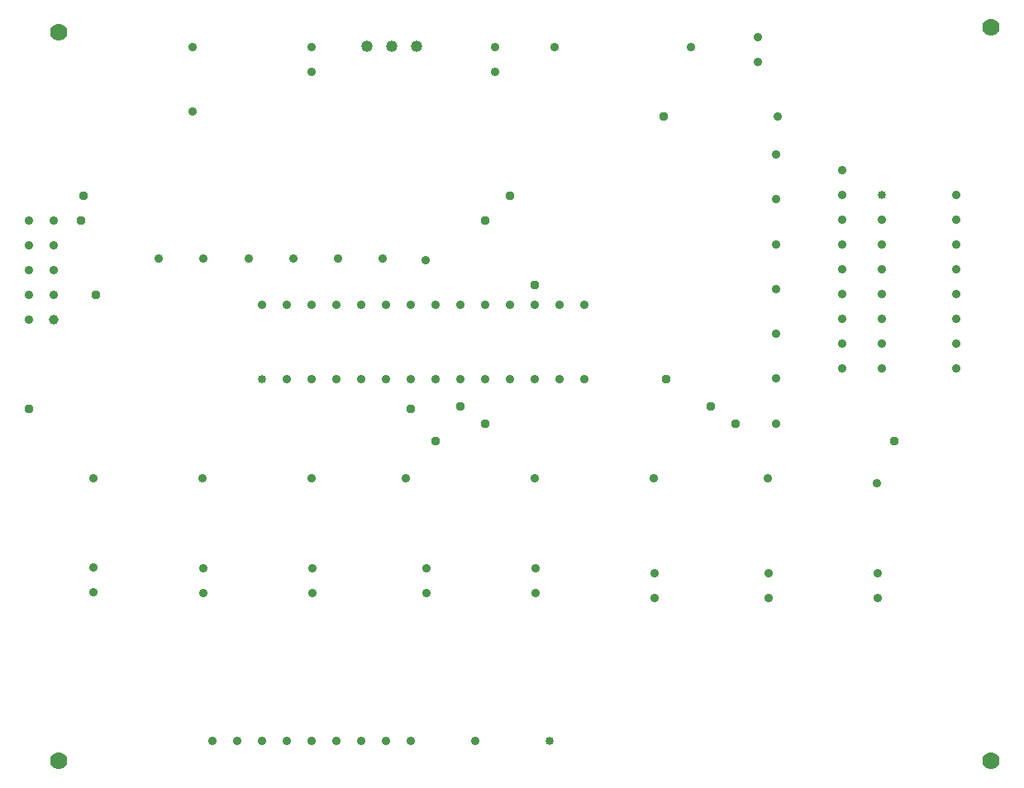
<source format=gbr>
G04 Generated by Ultiboard *
%FSLAX25Y25*%
%MOIN*%

%ADD10C,0.03700*%
%ADD11C,0.03500*%
%ADD12C,0.03543*%
%ADD13C,0.03917*%
%ADD14C,0.03333*%
%ADD15C,0.07000*%
%ADD16C,0.04667*%


G04 ColorRGB 000000 for the following layer *
%LNDrill-Copper Top-Copper Bottom*%
%LPD*%
%FSLAX25Y25*%
%MOIN*%
G54D10*
X174000Y199000D03*
X359000Y199000D03*
X184000Y213000D03*
X285000Y213000D03*
X194000Y206000D03*
X295000Y206000D03*
X164000Y212000D03*
X10000Y212000D03*
X204000Y298000D03*
X32000Y298000D03*
X194000Y288000D03*
X31000Y288000D03*
X214000Y262000D03*
X37000Y258000D03*
X267000Y224000D03*
X266000Y330000D03*
G54D11*
X262442Y145558D03*
X262442Y135558D03*
X10000Y248000D03*
X10000Y268000D03*
X10000Y258000D03*
X10000Y278000D03*
X20000Y268000D03*
X20000Y258000D03*
X20000Y278000D03*
X10000Y288000D03*
X20000Y288000D03*
X124000Y224000D03*
X114000Y224000D03*
X154000Y224000D03*
X144000Y224000D03*
X134000Y224000D03*
X174000Y224000D03*
X164000Y224000D03*
X184000Y224000D03*
X224000Y224000D03*
X204000Y224000D03*
X194000Y224000D03*
X214000Y224000D03*
X234000Y224000D03*
X124000Y254000D03*
X104000Y254000D03*
X114000Y254000D03*
X144000Y254000D03*
X134000Y254000D03*
X154000Y254000D03*
X174000Y254000D03*
X164000Y254000D03*
X184000Y254000D03*
X204000Y254000D03*
X194000Y254000D03*
X214000Y254000D03*
X234000Y254000D03*
X224000Y254000D03*
X124442Y147558D03*
X124442Y137558D03*
X124000Y78000D03*
X94000Y78000D03*
X84000Y78000D03*
X114000Y78000D03*
X104000Y78000D03*
X154000Y78000D03*
X144000Y78000D03*
X134000Y78000D03*
X164000Y78000D03*
X124000Y184000D03*
X80442Y137558D03*
X80442Y147558D03*
X36000Y184000D03*
X36000Y138000D03*
X36000Y148000D03*
X80000Y184000D03*
X190000Y78000D03*
X170442Y137558D03*
X170442Y147558D03*
X162000Y184000D03*
X214000Y184000D03*
X214442Y137558D03*
X214442Y147558D03*
X124000Y358000D03*
X124000Y348000D03*
X62340Y272704D03*
X98481Y272704D03*
X80410Y272704D03*
X116551Y272704D03*
X76000Y332000D03*
X76000Y358000D03*
X198000Y348000D03*
X198000Y358000D03*
X152692Y272704D03*
X134621Y272704D03*
X170000Y272000D03*
X354074Y248297D03*
X384074Y248297D03*
X354074Y238297D03*
X354074Y228297D03*
X384074Y238297D03*
X384074Y228297D03*
X354074Y268297D03*
X354074Y258297D03*
X354074Y278297D03*
X354074Y288297D03*
X384074Y268297D03*
X384074Y258297D03*
X384074Y278297D03*
X384074Y298297D03*
X384074Y288297D03*
X338074Y248297D03*
X338074Y238297D03*
X338074Y228297D03*
X338074Y268297D03*
X338074Y258297D03*
X338074Y278297D03*
X338074Y298297D03*
X338074Y288297D03*
X338074Y308297D03*
X308442Y145558D03*
X308442Y135558D03*
X352442Y145558D03*
X352442Y135558D03*
X311370Y206074D03*
X311370Y242215D03*
X311370Y224145D03*
X308000Y184000D03*
X262000Y184000D03*
X352000Y182000D03*
X304000Y362000D03*
X304000Y352000D03*
X312000Y330000D03*
X311370Y314496D03*
X311370Y296426D03*
X311370Y278356D03*
X311370Y260285D03*
G54D12*
X222000Y358000D03*
X277118Y358000D03*
G54D13*
X20000Y248000D03*
G54D14*
X104000Y224000D03*
X220000Y78000D03*
X354074Y298297D03*
G54D15*
X22000Y70000D03*
X22000Y364000D03*
X398000Y70000D03*
X398000Y366000D03*
G54D16*
X156250Y358250D03*
X146250Y358250D03*
X166250Y358250D03*

M00*

</source>
